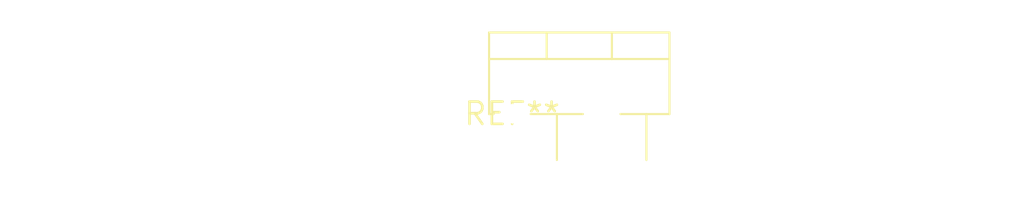
<source format=kicad_pcb>
(kicad_pcb (version 20240108) (generator pcbnew)
  (layers (0 "F.Cu" signal) (31 "B.Cu" signal) (34 "B.Paste" user) (35 "F.Paste" user) (36 "B.SilkS" user "B.Silkscreen") (37 "F.SilkS" user "F.Silkscreen") (38 "B.Mask" user) (39 "F.Mask" user) (44 "Edge.Cuts" user))
  (net 0 "")
  (footprint "TO-220-4_P5.08x2.54mm_StaggerEven_Lead3.8mm_Vertical" (layer "F.Cu") (at 0 0)
    (property "Reference" "REF**")
    (property "Value" "TO-220-4_P5.08x2.54mm_StaggerEven_Lead3.8mm_Vertical")
    (fp_line (start -1.31 -4.62) (end -1.31 0.021) (layer "F.SilkS") (stroke (width 0.12)))
    (fp_line (start -1.31 -4.62) (end 8.93 -4.62) (layer "F.SilkS") (stroke (width 0.12)))
    (fp_line (start -1.31 -3.111) (end 8.93 -3.111) (layer "F.SilkS") (stroke (width 0.12)))
    (fp_line (start -1.31 0.021) (end -1.05 0.021) (layer "F.SilkS") (stroke (width 0.12)))
    (fp_line (start 1.05 0.021) (end 4.016 0.021) (layer "F.SilkS") (stroke (width 0.12)))
    (fp_line (start 1.96 -4.62) (end 1.96 -3.111) (layer "F.SilkS") (stroke (width 0.12)))
    (fp_line (start 2.54 0.021) (end 2.54 2.635) (layer "F.SilkS") (stroke (width 0.12)))
    (fp_line (start 5.66 -4.62) (end 5.66 -3.111) (layer "F.SilkS") (stroke (width 0.12)))
    (fp_line (start 6.145 0.021) (end 8.93 0.021) (layer "F.SilkS") (stroke (width 0.12)))
    (fp_line (start 7.62 0.021) (end 7.62 2.635) (layer "F.SilkS") (stroke (width 0.12)))
    (fp_line (start 8.93 -4.62) (end 8.93 0.021) (layer "F.SilkS") (stroke (width 0.12)))
    (pad "1" thru_hole rect (at 0 0) (size 1.8 1.8) (drill 1.1) (layers *.Cu *.Mask) (remove_unused_layers))
    (pad "2" thru_hole oval (at 2.54 3.7) (size 1.8 1.8) (drill 1.1) (layers *.Cu *.Mask) (remove_unused_layers))
    (pad "3" thru_hole oval (at 5.08 0) (size 1.8 1.8) (drill 1.1) (layers *.Cu *.Mask) (remove_unused_layers))
    (pad "4" thru_hole oval (at 7.62 3.7) (size 1.8 1.8) (drill 1.1) (layers *.Cu *.Mask) (remove_unused_layers))
  )
)
</source>
